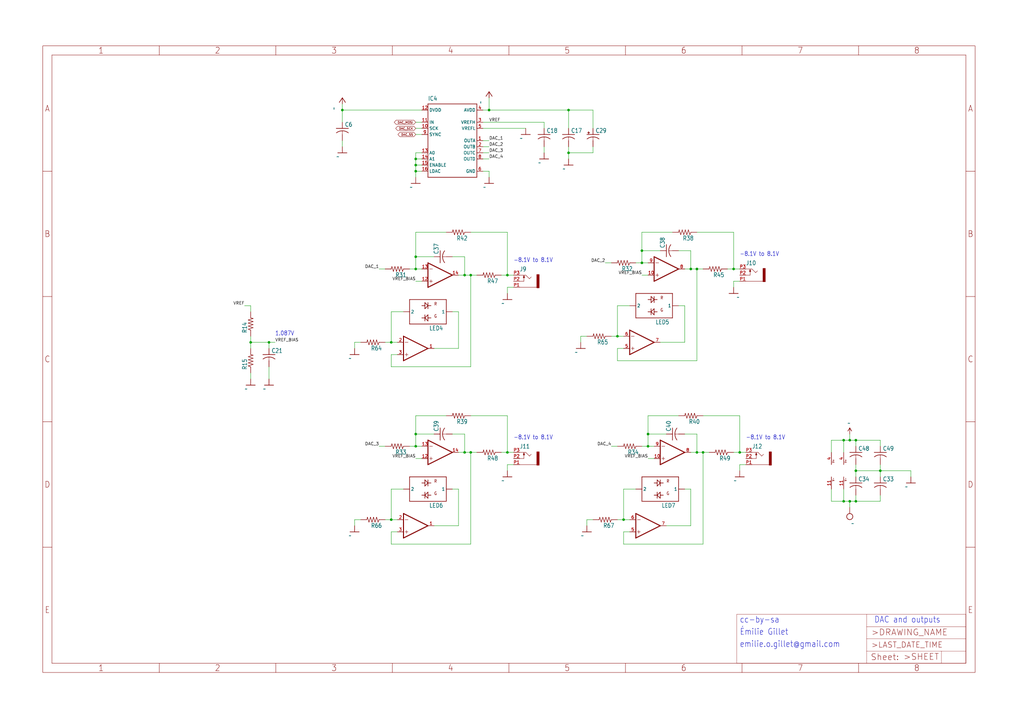
<source format=kicad_sch>
(kicad_sch (version 20211123) (generator eeschema)
  (paper "User" 425.45 299.161)
  (lib_symbols
    (symbol "tides2_v40-eagle-import:+3V3" (power)
      (property "Value" "+3V3" (at -2.54 -5.08 90))
      (symbol "+3V3_1_0"
        (polyline (pts (xy 0 0) (xy -1.27 -1.905)) (stroke (width 0.254)))
        (polyline (pts (xy 1.27 -1.905) (xy 0 0)) (stroke (width 0.254)))
        (pin power_in line (at 0 -2.54 90) (length 2.54) (name "+3V3") (number "1"))
      )
    )
    (symbol "tides2_v40-eagle-import:+3V3_A" (power)
      (property "Value" "+3V3_A" (at -2.54 -5.08 90))
      (symbol "+3V3_A_1_0"
        (polyline (pts (xy 0 0) (xy -1.27 -1.905)) (stroke (width 0.254)))
        (polyline (pts (xy 1.27 -1.905) (xy 0 0)) (stroke (width 0.254)))
        (pin power_in line (at 0 -2.54 90) (length 2.54) (name "+3V3_A") (number "1"))
      )
    )
    (symbol "tides2_v40-eagle-import:A3L-LOC"
      (symbol "A3L-LOC_0_0"
        (polyline (pts (xy 0 52.07) (xy 3.81 52.07)))
        (polyline (pts (xy 0 104.14) (xy 3.81 104.14)))
        (polyline (pts (xy 0 156.21) (xy 3.81 156.21)))
        (polyline (pts (xy 0 208.28) (xy 3.81 208.28)))
        (polyline (pts (xy 3.81 3.81) (xy 3.81 256.54)))
        (polyline (pts (xy 48.4188 0) (xy 48.4188 3.81)))
        (polyline (pts (xy 48.4188 256.54) (xy 48.4188 260.35)))
        (polyline (pts (xy 96.8375 0) (xy 96.8375 3.81)))
        (polyline (pts (xy 96.8375 256.54) (xy 96.8375 260.35)))
        (polyline (pts (xy 145.2563 0) (xy 145.2563 3.81)))
        (polyline (pts (xy 145.2563 256.54) (xy 145.2563 260.35)))
        (polyline (pts (xy 193.675 0) (xy 193.675 3.81)))
        (polyline (pts (xy 193.675 256.54) (xy 193.675 260.35)))
        (polyline (pts (xy 242.0938 0) (xy 242.0938 3.81)))
        (polyline (pts (xy 242.0938 256.54) (xy 242.0938 260.35)))
        (polyline (pts (xy 290.5125 0) (xy 290.5125 3.81)))
        (polyline (pts (xy 290.5125 256.54) (xy 290.5125 260.35)))
        (polyline (pts (xy 338.9313 0) (xy 338.9313 3.81)))
        (polyline (pts (xy 338.9313 256.54) (xy 338.9313 260.35)))
        (polyline (pts (xy 383.54 3.81) (xy 3.81 3.81)))
        (polyline (pts (xy 383.54 3.81) (xy 383.54 256.54)))
        (polyline (pts (xy 383.54 52.07) (xy 387.35 52.07)))
        (polyline (pts (xy 383.54 104.14) (xy 387.35 104.14)))
        (polyline (pts (xy 383.54 156.21) (xy 387.35 156.21)))
        (polyline (pts (xy 383.54 208.28) (xy 387.35 208.28)))
        (polyline (pts (xy 383.54 256.54) (xy 3.81 256.54)))
        (polyline (pts (xy 0 0) (xy 387.35 0) (xy 387.35 260.35) (xy 0 260.35) (xy 0 0)))
        (text "1" (at 24.2094 1.905 0) (effects (font (size 2.54 2.286))))
        (text "1" (at 24.2094 258.445 0) (effects (font (size 2.54 2.286))))
        (text "2" (at 72.6281 1.905 0) (effects (font (size 2.54 2.286))))
        (text "2" (at 72.6281 258.445 0) (effects (font (size 2.54 2.286))))
        (text "3" (at 121.0469 1.905 0) (effects (font (size 2.54 2.286))))
        (text "3" (at 121.0469 258.445 0) (effects (font (size 2.54 2.286))))
        (text "4" (at 169.4656 1.905 0) (effects (font (size 2.54 2.286))))
        (text "4" (at 169.4656 258.445 0) (effects (font (size 2.54 2.286))))
        (text "5" (at 217.8844 1.905 0) (effects (font (size 2.54 2.286))))
        (text "5" (at 217.8844 258.445 0) (effects (font (size 2.54 2.286))))
        (text "6" (at 266.3031 1.905 0) (effects (font (size 2.54 2.286))))
        (text "6" (at 266.3031 258.445 0) (effects (font (size 2.54 2.286))))
        (text "7" (at 314.7219 1.905 0) (effects (font (size 2.54 2.286))))
        (text "7" (at 314.7219 258.445 0) (effects (font (size 2.54 2.286))))
        (text "8" (at 363.1406 1.905 0) (effects (font (size 2.54 2.286))))
        (text "8" (at 363.1406 258.445 0) (effects (font (size 2.54 2.286))))
        (text "A" (at 1.905 234.315 0) (effects (font (size 2.54 2.286))))
        (text "A" (at 385.445 234.315 0) (effects (font (size 2.54 2.286))))
        (text "B" (at 1.905 182.245 0) (effects (font (size 2.54 2.286))))
        (text "B" (at 385.445 182.245 0) (effects (font (size 2.54 2.286))))
        (text "C" (at 1.905 130.175 0) (effects (font (size 2.54 2.286))))
        (text "C" (at 385.445 130.175 0) (effects (font (size 2.54 2.286))))
        (text "D" (at 1.905 78.105 0) (effects (font (size 2.54 2.286))))
        (text "D" (at 385.445 78.105 0) (effects (font (size 2.54 2.286))))
        (text "E" (at 1.905 26.035 0) (effects (font (size 2.54 2.286))))
        (text "E" (at 385.445 26.035 0) (effects (font (size 2.54 2.286))))
      )
      (symbol "A3L-LOC_1_0"
        (polyline (pts (xy 288.29 3.81) (xy 288.29 24.13)) (stroke (width 0.1016)))
        (polyline (pts (xy 288.29 3.81) (xy 342.265 3.81)) (stroke (width 0.1016)))
        (polyline (pts (xy 288.29 24.13) (xy 342.265 24.13)) (stroke (width 0.1016)))
        (polyline (pts (xy 342.265 3.81) (xy 373.38 3.81)) (stroke (width 0.1016)))
        (polyline (pts (xy 342.265 8.89) (xy 342.265 3.81)) (stroke (width 0.1016)))
        (polyline (pts (xy 342.265 8.89) (xy 342.265 13.97)) (stroke (width 0.1016)))
        (polyline (pts (xy 342.265 13.97) (xy 342.265 19.05)) (stroke (width 0.1016)))
        (polyline (pts (xy 342.265 13.97) (xy 383.54 13.97)) (stroke (width 0.1016)))
        (polyline (pts (xy 342.265 19.05) (xy 342.265 24.13)) (stroke (width 0.1016)))
        (polyline (pts (xy 342.265 19.05) (xy 383.54 19.05)) (stroke (width 0.1016)))
        (polyline (pts (xy 342.265 24.13) (xy 383.54 24.13)) (stroke (width 0.1016)))
        (polyline (pts (xy 373.38 3.81) (xy 373.38 8.89)) (stroke (width 0.1016)))
        (polyline (pts (xy 373.38 3.81) (xy 383.54 3.81)) (stroke (width 0.1016)))
        (polyline (pts (xy 373.38 8.89) (xy 342.265 8.89)) (stroke (width 0.1016)))
        (polyline (pts (xy 373.38 8.89) (xy 383.54 8.89)) (stroke (width 0.1016)))
        (polyline (pts (xy 383.54 3.81) (xy 383.54 8.89)) (stroke (width 0.1016)))
        (polyline (pts (xy 383.54 8.89) (xy 383.54 13.97)) (stroke (width 0.1016)))
        (polyline (pts (xy 383.54 13.97) (xy 383.54 19.05)) (stroke (width 0.1016)))
        (polyline (pts (xy 383.54 19.05) (xy 383.54 24.13)) (stroke (width 0.1016)))
        (text ">DRAWING_NAME" (at 344.17 15.24 0) (effects (font (size 2.54 2.54)) (justify left bottom)))
        (text ">LAST_DATE_TIME" (at 344.17 10.16 0) (effects (font (size 2.286 2.286)) (justify left bottom)))
        (text ">SHEET" (at 357.505 5.08 0) (effects (font (size 2.54 2.54)) (justify left bottom)))
        (text "Sheet:" (at 343.916 4.953 0) (effects (font (size 2.54 2.54)) (justify left bottom)))
      )
    )
    (symbol "tides2_v40-eagle-import:C-USC0402"
      (property "Reference" "C" (at 1.016 0.635 0))
      (property "Value" "C-USC0402" (at 1.016 -4.191 0))
      (symbol "C-USC0402_1_0"
        (arc (start 0 -1.0161) (mid -1.302 -1.2303) (end -2.4668 -1.8504) (stroke (width 0.254)))
        (polyline (pts (xy -2.54 0) (xy 2.54 0)) (stroke (width 0.254)))
        (polyline (pts (xy 0 -1.016) (xy 0 -2.54)) (stroke (width 0.1524)))
        (arc (start 2.4892 -1.8542) (mid 1.3158 -1.2195) (end 0 -1) (stroke (width 0.254)))
        (pin passive line (at 0 2.54 270) (length 2.54) (name "1") (number "1"))
        (pin passive line (at 0 -5.08 90) (length 2.54) (name "2") (number "2"))
      )
    )
    (symbol "tides2_v40-eagle-import:CPOL-USA"
      (property "Reference" "C" (at 1.016 0.635 0))
      (property "Value" "CPOL-USA" (at 1.016 -4.191 0))
      (symbol "CPOL-USA_1_0"
        (rectangle (start -2.253 0.668) (end -1.364 0.795) (fill (type outline)))
        (rectangle (start -1.872 0.287) (end -1.745 1.176) (fill (type outline)))
        (arc (start 0 -1.0161) (mid -1.3021 -1.2302) (end -2.4669 -1.8504) (stroke (width 0.254)))
        (polyline (pts (xy -2.54 0) (xy 2.54 0)) (stroke (width 0.254)))
        (polyline (pts (xy 0 -1.016) (xy 0 -2.54)) (stroke (width 0.1524)))
        (arc (start 2.4892 -1.8542) (mid 1.3158 -1.2195) (end 0 -1) (stroke (width 0.254)))
        (pin passive line (at 0 2.54 270) (length 2.54) (name "+") (number "+"))
        (pin passive line (at 0 -5.08 90) (length 2.54) (name "-") (number "-"))
      )
    )
    (symbol "tides2_v40-eagle-import:DAC8564"
      (property "Reference" "IC" (at -10.16 16.51 0))
      (property "Value" "DAC8564" (at -10.16 -17.78 0))
      (symbol "DAC8564_1_0"
        (polyline (pts (xy -10.16 -15.24) (xy 10.16 -15.24)) (stroke (width 0.254)))
        (polyline (pts (xy -10.16 15.24) (xy -10.16 -15.24)) (stroke (width 0.254)))
        (polyline (pts (xy 10.16 -15.24) (xy 10.16 15.24)) (stroke (width 0.254)))
        (polyline (pts (xy 10.16 15.24) (xy -10.16 15.24)) (stroke (width 0.254)))
        (pin output line (at 12.7 0 180) (length 2.54) (name "OUTA") (number "1"))
        (pin input line (at -12.7 5.08 0) (length 2.54) (name "SCK") (number "10"))
        (pin input line (at -12.7 7.62 0) (length 2.54) (name "IN") (number "11"))
        (pin power_in line (at -12.7 12.7 0) (length 2.54) (name "DVDD") (number "12"))
        (pin input line (at -12.7 -5.08 0) (length 2.54) (name "A0") (number "13"))
        (pin input line (at -12.7 -7.62 0) (length 2.54) (name "A1") (number "14"))
        (pin input line (at -12.7 -10.16 0) (length 2.54) (name "ENABLE") (number "15"))
        (pin input line (at -12.7 -12.7 0) (length 2.54) (name "LDAC") (number "16"))
        (pin output line (at 12.7 -2.54 180) (length 2.54) (name "OUTB") (number "2"))
        (pin bidirectional line (at 12.7 7.62 180) (length 2.54) (name "VREFH") (number "3"))
        (pin power_in line (at 12.7 12.7 180) (length 2.54) (name "AVDD") (number "4"))
        (pin bidirectional line (at 12.7 5.08 180) (length 2.54) (name "VREFL") (number "5"))
        (pin power_in line (at 12.7 -12.7 180) (length 2.54) (name "GND") (number "6"))
        (pin output line (at 12.7 -5.08 180) (length 2.54) (name "OUTC") (number "7"))
        (pin output line (at 12.7 -7.62 180) (length 2.54) (name "OUTD") (number "8"))
        (pin input line (at -12.7 2.54 0) (length 2.54) (name "SYNC") (number "9"))
      )
    )
    (symbol "tides2_v40-eagle-import:GND" (power)
      (property "Value" "GND" (at -2.54 -2.54 0))
      (symbol "GND_1_0"
        (polyline (pts (xy -1.905 0) (xy 1.905 0)) (stroke (width 0.254)))
        (pin power_in line (at 0 2.54 270) (length 2.54) (name "GND") (number "1"))
      )
    )
    (symbol "tides2_v40-eagle-import:LED-BICOLOR-SHARED-THROUGHHOLE"
      (property "Value" "LED-BICOLOR-SHARED-THROUGHHOLE" (at -6.35 -7.62 0))
      (symbol "LED-BICOLOR-SHARED-THROUGHHOLE_1_0"
        (polyline (pts (xy -7.62 -5.08) (xy -7.62 5.08)) (stroke (width 0.254)))
        (polyline (pts (xy -7.62 5.08) (xy 7.62 5.08)) (stroke (width 0.254)))
        (polyline (pts (xy 0 -2.54) (xy -1.27 -2.54)) (stroke (width 0.254)))
        (polyline (pts (xy 0 -2.54) (xy 0 -3.81)) (stroke (width 0.254)))
        (polyline (pts (xy 0 -2.54) (xy 1.27 -1.27)) (stroke (width 0.254)))
        (polyline (pts (xy 0 -1.27) (xy 0 -2.54)) (stroke (width 0.254)))
        (polyline (pts (xy 0 1.27) (xy 1.27 2.54)) (stroke (width 0.254)))
        (polyline (pts (xy 0 2.54) (xy -1.27 2.54)) (stroke (width 0.254)))
        (polyline (pts (xy 0 2.54) (xy 0 1.27)) (stroke (width 0.254)))
        (polyline (pts (xy 0 3.81) (xy 0 2.54)) (stroke (width 0.254)))
        (polyline (pts (xy 1.27 -3.81) (xy 0 -2.54)) (stroke (width 0.254)))
        (polyline (pts (xy 1.27 -2.54) (xy 1.27 -3.81)) (stroke (width 0.254)))
        (polyline (pts (xy 1.27 -2.54) (xy 2.54 -2.54)) (stroke (width 0.254)))
        (polyline (pts (xy 1.27 -1.27) (xy 1.27 -2.54)) (stroke (width 0.254)))
        (polyline (pts (xy 1.27 2.54) (xy 0 3.81)) (stroke (width 0.254)))
        (polyline (pts (xy 1.27 2.54) (xy 1.27 1.27)) (stroke (width 0.254)))
        (polyline (pts (xy 1.27 2.54) (xy 2.54 2.54)) (stroke (width 0.254)))
        (polyline (pts (xy 1.27 3.81) (xy 1.27 2.54)) (stroke (width 0.254)))
        (polyline (pts (xy 7.62 -5.08) (xy -7.62 -5.08)) (stroke (width 0.254)))
        (polyline (pts (xy 7.62 5.08) (xy 7.62 -5.08)) (stroke (width 0.254)))
        (text "G" (at -3.81 2.54 0) (effects (font (size 1.27 1.0795)) (justify left bottom)))
        (text "R" (at -3.81 -2.54 0) (effects (font (size 1.27 1.0795)) (justify left bottom)))
        (pin bidirectional line (at -10.16 0 0) (length 2.54) (name "1") (number "1"))
        (pin bidirectional line (at 10.16 0 180) (length 2.54) (name "2") (number "2"))
      )
    )
    (symbol "tides2_v40-eagle-import:PJ301_THONKICONN6"
      (property "Reference" "J" (at -2.54 4.064 0))
      (symbol "PJ301_THONKICONN6_1_0"
        (polyline (pts (xy -2.54 -2.54) (xy 4.572 -2.54)) (stroke (width 0.1524)))
        (polyline (pts (xy -2.54 0) (xy -0.762 0)) (stroke (width 0.1524)))
        (polyline (pts (xy -2.54 2.54) (xy 0 2.54)) (stroke (width 0.1524)))
        (polyline (pts (xy -1.016 1.524) (xy -0.508 1.524)) (stroke (width 0.254)))
        (polyline (pts (xy -0.762 0) (xy -0.762 2.286)) (stroke (width 0.1524)))
        (polyline (pts (xy -0.762 2.286) (xy -1.016 1.524)) (stroke (width 0.254)))
        (polyline (pts (xy -0.508 1.524) (xy -0.762 2.286)) (stroke (width 0.254)))
        (polyline (pts (xy 0 2.54) (xy 1.524 1.016)) (stroke (width 0.1524)))
        (polyline (pts (xy 1.524 1.016) (xy 2.286 1.778)) (stroke (width 0.1524)))
        (rectangle (start 4.572 2.794) (end 5.588 -2.794) (fill (type outline)))
        (pin passive line (at -5.08 -2.54 0) (length 2.54) (name "1") (number "P1"))
        (pin passive line (at -5.08 0 0) (length 2.54) (name "2") (number "P2"))
        (pin passive line (at -5.08 2.54 0) (length 2.54) (name "3") (number "P3"))
      )
    )
    (symbol "tides2_v40-eagle-import:R-US_R0402"
      (property "Reference" "R" (at -3.81 1.4986 0))
      (property "Value" "R-US_R0402" (at -3.81 -3.302 0))
      (symbol "R-US_R0402_1_0"
        (polyline (pts (xy -2.54 0) (xy -2.159 1.016)) (stroke (width 0.2032)))
        (polyline (pts (xy -2.159 1.016) (xy -1.524 -1.016)) (stroke (width 0.2032)))
        (polyline (pts (xy -1.524 -1.016) (xy -0.889 1.016)) (stroke (width 0.2032)))
        (polyline (pts (xy -0.889 1.016) (xy -0.254 -1.016)) (stroke (width 0.2032)))
        (polyline (pts (xy -0.254 -1.016) (xy 0.381 1.016)) (stroke (width 0.2032)))
        (polyline (pts (xy 0.381 1.016) (xy 1.016 -1.016)) (stroke (width 0.2032)))
        (polyline (pts (xy 1.016 -1.016) (xy 1.651 1.016)) (stroke (width 0.2032)))
        (polyline (pts (xy 1.651 1.016) (xy 2.286 -1.016)) (stroke (width 0.2032)))
        (polyline (pts (xy 2.286 -1.016) (xy 2.54 0)) (stroke (width 0.2032)))
        (pin passive line (at -5.08 0 0) (length 2.54) (name "1") (number "1"))
        (pin passive line (at 5.08 0 180) (length 2.54) (name "2") (number "2"))
      )
    )
    (symbol "tides2_v40-eagle-import:R-US_R0603"
      (property "Reference" "R" (at -3.81 1.4986 0))
      (property "Value" "R-US_R0603" (at -3.81 -3.302 0))
      (symbol "R-US_R0603_1_0"
        (polyline (pts (xy -2.54 0) (xy -2.159 1.016)) (stroke (width 0.2032)))
        (polyline (pts (xy -2.159 1.016) (xy -1.524 -1.016)) (stroke (width 0.2032)))
        (polyline (pts (xy -1.524 -1.016) (xy -0.889 1.016)) (stroke (width 0.2032)))
        (polyline (pts (xy -0.889 1.016) (xy -0.254 -1.016)) (stroke (width 0.2032)))
        (polyline (pts (xy -0.254 -1.016) (xy 0.381 1.016)) (stroke (width 0.2032)))
        (polyline (pts (xy 0.381 1.016) (xy 1.016 -1.016)) (stroke (width 0.2032)))
        (polyline (pts (xy 1.016 -1.016) (xy 1.651 1.016)) (stroke (width 0.2032)))
        (polyline (pts (xy 1.651 1.016) (xy 2.286 -1.016)) (stroke (width 0.2032)))
        (polyline (pts (xy 2.286 -1.016) (xy 2.54 0)) (stroke (width 0.2032)))
        (pin passive line (at -5.08 0 0) (length 2.54) (name "1") (number "1"))
        (pin passive line (at 5.08 0 180) (length 2.54) (name "2") (number "2"))
      )
    )
    (symbol "tides2_v40-eagle-import:TL074PW"
      (symbol "TL074PW_1_0"
        (polyline (pts (xy -5.08 -5.08) (xy 5.08 0)) (stroke (width 0.4064)))
        (polyline (pts (xy -5.08 5.08) (xy -5.08 -5.08)) (stroke (width 0.4064)))
        (polyline (pts (xy -4.445 -2.54) (xy -3.175 -2.54)) (stroke (width 0.1524)))
        (polyline (pts (xy -4.445 2.54) (xy -3.175 2.54)) (stroke (width 0.1524)))
        (polyline (pts (xy -3.81 3.175) (xy -3.81 1.905)) (stroke (width 0.1524)))
        (polyline (pts (xy 5.08 0) (xy -5.08 5.08)) (stroke (width 0.4064)))
        (pin output line (at 7.62 0 180) (length 2.54) (name "OUT") (number "1"))
        (pin input line (at -7.62 -2.54 0) (length 2.54) (name "-IN") (number "2"))
        (pin input line (at -7.62 2.54 0) (length 2.54) (name "+IN") (number "3"))
      )
      (symbol "TL074PW_2_0"
        (polyline (pts (xy -5.08 -5.08) (xy 5.08 0)) (stroke (width 0.4064)))
        (polyline (pts (xy -5.08 5.08) (xy -5.08 -5.08)) (stroke (width 0.4064)))
        (polyline (pts (xy -4.445 -2.54) (xy -3.175 -2.54)) (stroke (width 0.1524)))
        (polyline (pts (xy -4.445 2.54) (xy -3.175 2.54)) (stroke (width 0.1524)))
        (polyline (pts (xy -3.81 3.175) (xy -3.81 1.905)) (stroke (width 0.1524)))
        (polyline (pts (xy 5.08 0) (xy -5.08 5.08)) (stroke (width 0.4064)))
        (pin input line (at -7.62 2.54 0) (length 2.54) (name "+IN") (number "5"))
        (pin input line (at -7.62 -2.54 0) (length 2.54) (name "-IN") (number "6"))
        (pin output line (at 7.62 0 180) (length 2.54) (name "OUT") (number "7"))
      )
      (symbol "TL074PW_3_0"
        (polyline (pts (xy -5.08 -5.08) (xy 5.08 0)) (stroke (width 0.4064)))
        (polyline (pts (xy -5.08 5.08) (xy -5.08 -5.08)) (stroke (width 0.4064)))
        (polyline (pts (xy -4.445 -2.54) (xy -3.175 -2.54)) (stroke (width 0.1524)))
        (polyline (pts (xy -4.445 2.54) (xy -3.175 2.54)) (stroke (width 0.1524)))
        (polyline (pts (xy -3.81 3.175) (xy -3.81 1.905)) (stroke (width 0.1524)))
        (polyline (pts (xy 5.08 0) (xy -5.08 5.08)) (stroke (width 0.4064)))
        (pin input line (at -7.62 2.54 0) (length 2.54) (name "+IN") (number "10"))
        (pin output line (at 7.62 0 180) (length 2.54) (name "OUT") (number "8"))
        (pin input line (at -7.62 -2.54 0) (length 2.54) (name "-IN") (number "9"))
      )
      (symbol "TL074PW_4_0"
        (polyline (pts (xy -5.08 -5.08) (xy 5.08 0)) (stroke (width 0.4064)))
        (polyline (pts (xy -5.08 5.08) (xy -5.08 -5.08)) (stroke (width 0.4064)))
        (polyline (pts (xy -4.445 -2.54) (xy -3.175 -2.54)) (stroke (width 0.1524)))
        (polyline (pts (xy -4.445 2.54) (xy -3.175 2.54)) (stroke (width 0.1524)))
        (polyline (pts (xy -3.81 3.175) (xy -3.81 1.905)) (stroke (width 0.1524)))
        (polyline (pts (xy 5.08 0) (xy -5.08 5.08)) (stroke (width 0.4064)))
        (pin input line (at -7.62 2.54 0) (length 2.54) (name "+IN") (number "12"))
        (pin input line (at -7.62 -2.54 0) (length 2.54) (name "-IN") (number "13"))
        (pin output line (at 7.62 0 180) (length 2.54) (name "OUT") (number "14"))
      )
      (symbol "TL074PW_5_0"
        (text "V+" (at 1.27 3.175 900) (effects (font (size 0.8128 0.6908)) (justify left bottom)))
        (text "V-" (at 1.27 -4.445 900) (effects (font (size 0.8128 0.6908)) (justify left bottom)))
        (pin power_in line (at 0 -7.62 90) (length 5.08) (name "V-") (number "11"))
        (pin power_in line (at 0 7.62 270) (length 5.08) (name "V+") (number "4"))
      )
    )
    (symbol "tides2_v40-eagle-import:VCC" (power)
      (property "Value" "VCC" (at -1.016 3.556 0))
      (symbol "VCC_1_0"
        (polyline (pts (xy 0 2.54) (xy -0.762 1.27)) (stroke (width 0.254)))
        (polyline (pts (xy 0.762 1.27) (xy 0 2.54)) (stroke (width 0.254)))
        (pin power_in line (at 0 0 90) (length 2.54) (name "VCC") (number "1"))
      )
    )
    (symbol "tides2_v40-eagle-import:VEE" (power)
      (property "Value" "VEE" (at -1.905 3.175 0))
      (symbol "VEE_1_0"
        (circle (center 0 1.27) (radius 1.27) (stroke (width 0.254)))
        (pin power_in line (at 0 -2.54 90) (length 2.54) (name "VEE") (number "1"))
      )
    )
  )
  (junction (at 236.22 45.72))
  (junction (at 292.1 187.96))
  (junction (at 353.06 208.28))
  (junction (at 172.72 111.76))
  (junction (at 172.72 185.42))
  (junction (at 172.72 71.12))
  (junction (at 142.24 45.72))
  (junction (at 172.72 68.58))
  (junction (at 162.56 215.9))
  (junction (at 104.14 142.24))
  (junction (at 210.82 187.96))
  (junction (at 350.52 182.88))
  (junction (at 289.56 187.96))
  (junction (at 203.2 45.72))
  (junction (at 287.02 111.76))
  (junction (at 355.6 195.58))
  (junction (at 259.08 215.9))
  (junction (at 266.7 104.14))
  (junction (at 365.76 195.58))
  (junction (at 172.72 180.34))
  (junction (at 111.76 142.24))
  (junction (at 307.34 187.96))
  (junction (at 195.58 187.96))
  (junction (at 350.52 208.28))
  (junction (at 269.24 185.42))
  (junction (at 193.04 114.3))
  (junction (at 266.7 109.22))
  (junction (at 256.54 139.7))
  (junction (at 236.22 63.5))
  (junction (at 353.06 182.88))
  (junction (at 172.72 106.68))
  (junction (at 195.58 114.3))
  (junction (at 355.6 182.88))
  (junction (at 193.04 187.96))
  (junction (at 289.56 111.76))
  (junction (at 355.6 208.28))
  (junction (at 162.56 142.24))
  (junction (at 172.72 66.04))
  (junction (at 269.24 180.34))
  (junction (at 210.82 114.3))
  (junction (at 304.8 111.76))
  (wire (pts (xy 350.52 182.88) (xy 345.44 182.88)))
  (wire (pts (xy 195.58 187.96) (xy 195.58 226.06)))
  (wire (pts (xy 195.58 114.3) (xy 195.58 152.4)))
  (wire (pts (xy 210.82 96.52) (xy 210.82 114.3)))
  (wire (pts (xy 289.56 96.52) (xy 304.8 96.52)))
  (wire (pts (xy 111.76 142.24) (xy 111.76 144.78)))
  (wire (pts (xy 365.76 182.88) (xy 365.76 185.42)))
  (wire (pts (xy 187.96 180.34) (xy 193.04 180.34)))
  (wire (pts (xy 284.48 180.34) (xy 289.56 180.34)))
  (wire (pts (xy 289.56 187.96) (xy 292.1 187.96)))
  (wire (pts (xy 355.6 195.58) (xy 365.76 195.58)))
  (wire (pts (xy 203.2 45.72) (xy 236.22 45.72)))
  (wire (pts (xy 190.5 144.78) (xy 180.34 144.78)))
  (wire (pts (xy 162.56 215.9) (xy 165.1 215.9)))
  (wire (pts (xy 175.26 111.76) (xy 172.72 111.76)))
  (wire (pts (xy 200.66 53.34) (xy 218.44 53.34)))
  (wire (pts (xy 236.22 63.5) (xy 236.22 66.04)))
  (wire (pts (xy 292.1 187.96) (xy 292.1 226.06)))
  (wire (pts (xy 353.06 208.28) (xy 353.06 210.82)))
  (wire (pts (xy 104.14 129.54) (xy 104.14 127)))
  (wire (pts (xy 276.86 180.34) (xy 269.24 180.34)))
  (wire (pts (xy 365.76 205.74) (xy 365.76 208.28)))
  (wire (pts (xy 193.04 114.3) (xy 195.58 114.3)))
  (wire (pts (xy 365.76 208.28) (xy 355.6 208.28)))
  (wire (pts (xy 187.96 106.68) (xy 193.04 106.68)))
  (wire (pts (xy 162.56 129.54) (xy 162.56 142.24)))
  (wire (pts (xy 226.06 60.96) (xy 226.06 63.5)))
  (wire (pts (xy 261.62 220.98) (xy 259.08 220.98)))
  (wire (pts (xy 172.72 185.42) (xy 172.72 180.34)))
  (wire (pts (xy 365.76 195.58) (xy 378.46 195.58)))
  (wire (pts (xy 213.36 119.38) (xy 210.82 119.38)))
  (wire (pts (xy 350.52 208.28) (xy 353.06 208.28)))
  (wire (pts (xy 243.84 215.9) (xy 243.84 218.44)))
  (wire (pts (xy 259.08 220.98) (xy 259.08 226.06)))
  (wire (pts (xy 345.44 208.28) (xy 350.52 208.28)))
  (wire (pts (xy 195.58 114.3) (xy 198.12 114.3)))
  (wire (pts (xy 187.96 203.2) (xy 190.5 203.2)))
  (wire (pts (xy 241.3 139.7) (xy 241.3 142.24)))
  (wire (pts (xy 200.66 50.8) (xy 226.06 50.8)))
  (wire (pts (xy 175.26 63.5) (xy 172.72 63.5)))
  (wire (pts (xy 172.72 180.34) (xy 172.72 172.72)))
  (wire (pts (xy 264.16 109.22) (xy 266.7 109.22)))
  (wire (pts (xy 269.24 114.3) (xy 266.7 114.3)))
  (wire (pts (xy 160.02 111.76) (xy 157.48 111.76)))
  (wire (pts (xy 236.22 53.34) (xy 236.22 45.72)))
  (wire (pts (xy 266.7 185.42) (xy 269.24 185.42)))
  (wire (pts (xy 256.54 139.7) (xy 259.08 139.7)))
  (wire (pts (xy 304.8 111.76) (xy 307.34 111.76)))
  (wire (pts (xy 175.26 66.04) (xy 172.72 66.04)))
  (wire (pts (xy 236.22 63.5) (xy 246.38 63.5)))
  (wire (pts (xy 195.58 172.72) (xy 210.82 172.72)))
  (wire (pts (xy 287.02 111.76) (xy 289.56 111.76)))
  (wire (pts (xy 259.08 203.2) (xy 259.08 215.9)))
  (wire (pts (xy 269.24 172.72) (xy 281.94 172.72)))
  (wire (pts (xy 180.34 180.34) (xy 172.72 180.34)))
  (wire (pts (xy 304.8 116.84) (xy 304.8 119.38)))
  (wire (pts (xy 287.02 187.96) (xy 289.56 187.96)))
  (wire (pts (xy 210.82 114.3) (xy 208.28 114.3)))
  (wire (pts (xy 190.5 203.2) (xy 190.5 218.44)))
  (wire (pts (xy 187.96 129.54) (xy 190.5 129.54)))
  (wire (pts (xy 350.52 187.96) (xy 350.52 182.88)))
  (wire (pts (xy 378.46 195.58) (xy 378.46 198.12)))
  (wire (pts (xy 190.5 129.54) (xy 190.5 144.78)))
  (wire (pts (xy 271.78 190.5) (xy 269.24 190.5)))
  (wire (pts (xy 259.08 226.06) (xy 292.1 226.06)))
  (wire (pts (xy 170.18 185.42) (xy 172.72 185.42)))
  (wire (pts (xy 172.72 66.04) (xy 172.72 68.58)))
  (wire (pts (xy 160.02 215.9) (xy 162.56 215.9)))
  (wire (pts (xy 246.38 63.5) (xy 246.38 60.96)))
  (wire (pts (xy 289.56 111.76) (xy 289.56 149.86)))
  (wire (pts (xy 246.38 45.72) (xy 246.38 53.34)))
  (wire (pts (xy 226.06 50.8) (xy 226.06 53.34)))
  (wire (pts (xy 210.82 114.3) (xy 213.36 114.3)))
  (wire (pts (xy 160.02 142.24) (xy 162.56 142.24)))
  (wire (pts (xy 292.1 172.72) (xy 307.34 172.72)))
  (wire (pts (xy 307.34 187.96) (xy 309.88 187.96)))
  (wire (pts (xy 195.58 187.96) (xy 198.12 187.96)))
  (wire (pts (xy 307.34 193.04) (xy 307.34 195.58)))
  (wire (pts (xy 284.48 203.2) (xy 287.02 203.2)))
  (wire (pts (xy 281.94 127) (xy 284.48 127)))
  (wire (pts (xy 259.08 215.9) (xy 261.62 215.9)))
  (wire (pts (xy 160.02 185.42) (xy 157.48 185.42)))
  (wire (pts (xy 251.46 109.22) (xy 254 109.22)))
  (wire (pts (xy 304.8 111.76) (xy 302.26 111.76)))
  (wire (pts (xy 287.02 203.2) (xy 287.02 218.44)))
  (wire (pts (xy 142.24 43.18) (xy 142.24 45.72)))
  (wire (pts (xy 261.62 127) (xy 256.54 127)))
  (wire (pts (xy 104.14 139.7) (xy 104.14 142.24)))
  (wire (pts (xy 266.7 104.14) (xy 266.7 96.52)))
  (wire (pts (xy 172.72 71.12) (xy 175.26 71.12)))
  (wire (pts (xy 266.7 96.52) (xy 279.4 96.52)))
  (wire (pts (xy 284.48 127) (xy 284.48 142.24)))
  (wire (pts (xy 193.04 106.68) (xy 193.04 114.3)))
  (wire (pts (xy 193.04 180.34) (xy 193.04 187.96)))
  (wire (pts (xy 259.08 144.78) (xy 256.54 144.78)))
  (wire (pts (xy 210.82 193.04) (xy 210.82 195.58)))
  (wire (pts (xy 345.44 182.88) (xy 345.44 187.96)))
  (wire (pts (xy 289.56 111.76) (xy 292.1 111.76)))
  (wire (pts (xy 281.94 104.14) (xy 287.02 104.14)))
  (wire (pts (xy 210.82 187.96) (xy 208.28 187.96)))
  (wire (pts (xy 104.14 154.94) (xy 104.14 157.48)))
  (wire (pts (xy 213.36 193.04) (xy 210.82 193.04)))
  (wire (pts (xy 175.26 55.88) (xy 172.72 55.88)))
  (wire (pts (xy 353.06 208.28) (xy 355.6 208.28)))
  (wire (pts (xy 172.72 68.58) (xy 172.72 71.12)))
  (wire (pts (xy 167.64 203.2) (xy 162.56 203.2)))
  (wire (pts (xy 243.84 139.7) (xy 241.3 139.7)))
  (wire (pts (xy 269.24 109.22) (xy 266.7 109.22)))
  (wire (pts (xy 149.86 215.9) (xy 147.32 215.9)))
  (wire (pts (xy 304.8 96.52) (xy 304.8 111.76)))
  (wire (pts (xy 175.26 190.5) (xy 172.72 190.5)))
  (wire (pts (xy 246.38 215.9) (xy 243.84 215.9)))
  (wire (pts (xy 167.64 129.54) (xy 162.56 129.54)))
  (wire (pts (xy 200.66 58.42) (xy 203.2 58.42)))
  (wire (pts (xy 289.56 180.34) (xy 289.56 187.96)))
  (wire (pts (xy 147.32 142.24) (xy 147.32 144.78)))
  (wire (pts (xy 172.72 63.5) (xy 172.72 66.04)))
  (wire (pts (xy 172.72 111.76) (xy 170.18 111.76)))
  (wire (pts (xy 104.14 142.24) (xy 104.14 144.78)))
  (wire (pts (xy 274.32 104.14) (xy 266.7 104.14)))
  (wire (pts (xy 269.24 180.34) (xy 269.24 172.72)))
  (wire (pts (xy 165.1 147.32) (xy 162.56 147.32)))
  (wire (pts (xy 287.02 104.14) (xy 287.02 111.76)))
  (wire (pts (xy 200.66 66.04) (xy 203.2 66.04)))
  (wire (pts (xy 172.72 71.12) (xy 172.72 73.66)))
  (wire (pts (xy 104.14 142.24) (xy 111.76 142.24)))
  (wire (pts (xy 162.56 152.4) (xy 195.58 152.4)))
  (wire (pts (xy 190.5 218.44) (xy 180.34 218.44)))
  (wire (pts (xy 175.26 50.8) (xy 172.72 50.8)))
  (wire (pts (xy 355.6 182.88) (xy 365.76 182.88)))
  (wire (pts (xy 292.1 187.96) (xy 294.64 187.96)))
  (wire (pts (xy 162.56 220.98) (xy 162.56 226.06)))
  (wire (pts (xy 175.26 116.84) (xy 172.72 116.84)))
  (wire (pts (xy 287.02 218.44) (xy 276.86 218.44)))
  (wire (pts (xy 269.24 185.42) (xy 269.24 180.34)))
  (wire (pts (xy 162.56 226.06) (xy 195.58 226.06)))
  (wire (pts (xy 350.52 182.88) (xy 353.06 182.88)))
  (wire (pts (xy 111.76 142.24) (xy 114.3 142.24)))
  (wire (pts (xy 142.24 45.72) (xy 142.24 50.8)))
  (wire (pts (xy 175.26 53.34) (xy 172.72 53.34)))
  (wire (pts (xy 355.6 193.04) (xy 355.6 195.58)))
  (wire (pts (xy 195.58 96.52) (xy 210.82 96.52)))
  (wire (pts (xy 172.72 172.72) (xy 185.42 172.72)))
  (wire (pts (xy 264.16 203.2) (xy 259.08 203.2)))
  (wire (pts (xy 185.42 96.52) (xy 172.72 96.52)))
  (wire (pts (xy 142.24 58.42) (xy 142.24 60.96)))
  (wire (pts (xy 307.34 172.72) (xy 307.34 187.96)))
  (wire (pts (xy 284.48 142.24) (xy 274.32 142.24)))
  (wire (pts (xy 104.14 127) (xy 101.6 127)))
  (wire (pts (xy 180.34 106.68) (xy 172.72 106.68)))
  (wire (pts (xy 256.54 215.9) (xy 259.08 215.9)))
  (wire (pts (xy 345.44 203.2) (xy 345.44 208.28)))
  (wire (pts (xy 203.2 71.12) (xy 203.2 73.66)))
  (wire (pts (xy 203.2 45.72) (xy 203.2 40.64)))
  (wire (pts (xy 254 139.7) (xy 256.54 139.7)))
  (wire (pts (xy 236.22 45.72) (xy 246.38 45.72)))
  (wire (pts (xy 175.26 45.72) (xy 142.24 45.72)))
  (wire (pts (xy 200.66 45.72) (xy 203.2 45.72)))
  (wire (pts (xy 353.06 182.88) (xy 355.6 182.88)))
  (wire (pts (xy 355.6 195.58) (xy 355.6 198.12)))
  (wire (pts (xy 307.34 116.84) (xy 304.8 116.84)))
  (wire (pts (xy 236.22 60.96) (xy 236.22 63.5)))
  (wire (pts (xy 190.5 114.3) (xy 193.04 114.3)))
  (wire (pts (xy 353.06 182.88) (xy 353.06 180.34)))
  (wire (pts (xy 365.76 193.04) (xy 365.76 195.58)))
  (wire (pts (xy 162.56 147.32) (xy 162.56 152.4)))
  (wire (pts (xy 193.04 187.96) (xy 195.58 187.96)))
  (wire (pts (xy 284.48 111.76) (xy 287.02 111.76)))
  (wire (pts (xy 172.72 111.76) (xy 172.72 106.68)))
  (wire (pts (xy 172.72 68.58) (xy 175.26 68.58)))
  (wire (pts (xy 200.66 63.5) (xy 203.2 63.5)))
  (wire (pts (xy 256.54 127) (xy 256.54 139.7)))
  (wire (pts (xy 162.56 142.24) (xy 165.1 142.24)))
  (wire (pts (xy 266.7 109.22) (xy 266.7 104.14)))
  (wire (pts (xy 147.32 215.9) (xy 147.32 218.44)))
  (wire (pts (xy 210.82 187.96) (xy 213.36 187.96)))
  (wire (pts (xy 271.78 185.42) (xy 269.24 185.42)))
  (wire (pts (xy 365.76 198.12) (xy 365.76 195.58)))
  (wire (pts (xy 210.82 119.38) (xy 210.82 121.92)))
  (wire (pts (xy 256.54 144.78) (xy 256.54 149.86)))
  (wire (pts (xy 256.54 185.42) (xy 254 185.42)))
  (wire (pts (xy 210.82 172.72) (xy 210.82 187.96)))
  (wire (pts (xy 175.26 185.42) (xy 172.72 185.42)))
  (wire (pts (xy 355.6 182.88) (xy 355.6 185.42)))
  (wire (pts (xy 165.1 220.98) (xy 162.56 220.98)))
  (wire (pts (xy 307.34 187.96) (xy 304.8 187.96)))
  (wire (pts (xy 111.76 152.4) (xy 111.76 157.48)))
  (wire (pts (xy 172.72 106.68) (xy 172.72 96.52)))
  (wire (pts (xy 309.88 193.04) (xy 307.34 193.04)))
  (wire (pts (xy 200.66 71.12) (xy 203.2 71.12)))
  (wire (pts (xy 190.5 187.96) (xy 193.04 187.96)))
  (wire (pts (xy 355.6 208.28) (xy 355.6 205.74)))
  (wire (pts (xy 162.56 203.2) (xy 162.56 215.9)))
  (wire (pts (xy 200.66 60.96) (xy 203.2 60.96)))
  (wire (pts (xy 350.52 203.2) (xy 350.52 208.28)))
  (wire (pts (xy 149.86 142.24) (xy 147.32 142.24)))
  (wire (pts (xy 256.54 149.86) (xy 289.56 149.86)))
  (text "-8.1V to 8.1V" (at 307.34 106.68 180) (effects (font (size 1.778 1.5113)) (justify left bottom)))
  (text "-8.1V to 8.1V" (at 213.36 182.88 180) (effects (font (size 1.778 1.5113)) (justify left bottom)))
  (text "Émilie Gillet" (at 307.34 264.16 180) (effects (font (size 2.54 2.159)) (justify left bottom)))
  (text "-8.1V to 8.1V" (at 213.36 109.22 180) (effects (font (size 1.778 1.5113)) (justify left bottom)))
  (text "cc-by-sa" (at 307.34 259.08 180) (effects (font (size 2.54 2.159)) (justify left bottom)))
  (text "DAC and outputs" (at 363.22 259.08 180) (effects (font (size 2.54 2.159)) (justify left bottom)))
  (text "1.087V" (at 114.3 139.7 180) (effects (font (size 1.778 1.5113)) (justify left bottom)))
  (text "emilie.o.gillet@gmail.com" (at 307.34 269.24 180) (effects (font (size 2.54 2.159)) (justify left bottom)))
  (text "-8.1V to 8.1V" (at 309.88 182.88 180) (effects (font (size 1.778 1.5113)) (justify left bottom)))
  (label "DAC_3" (at 203.2 63.5 0) (effects (font (size 1.2446 1.2446))))
  (label "DAC_2" (at 251.46 109.22 180) (effects (font (size 1.2446 1.2446))))
  (label "VREF_BIAS" (at 172.72 116.84 180) (effects (font (size 1.2446 1.2446))))
  (label "VREF_BIAS" (at 172.72 190.5 180) (effects (font (size 1.2446 1.2446))))
  (label "DAC_4" (at 203.2 66.04 0) (effects (font (size 1.2446 1.2446))))
  (label "VREF" (at 101.6 127 180) (effects (font (size 1.2446 1.2446))))
  (label "DAC_2" (at 203.2 60.96 0) (effects (font (size 1.2446 1.2446))))
  (label "VREF_BIAS" (at 266.7 114.3 180) (effects (font (size 1.2446 1.2446))))
  (label "VREF" (at 203.2 50.8 0) (effects (font (size 1.2446 1.2446))))
  (label "DAC_1" (at 203.2 58.42 0) (effects (font (size 1.2446 1.2446))))
  (label "VREF_BIAS" (at 114.3 142.24 0) (effects (font (size 1.2446 1.2446))))
  (label "VREF_BIAS" (at 269.24 190.5 180) (effects (font (size 1.2446 1.2446))))
  (label "DAC_3" (at 157.48 185.42 180) (effects (font (size 1.2446 1.2446))))
  (label "DAC_4" (at 254 185.42 180) (effects (font (size 1.2446 1.2446))))
  (label "DAC_1" (at 157.48 111.76 180) (effects (font (size 1.2446 1.2446))))
  (global_label "DAC_MOSI" (shape bidirectional) (at 172.72 50.8 180) (effects (font (size 0.889 0.889))) (property "Intersheet References" "${INTERSHEET_REFS}" (effects hide)))
  (global_label "DAC_SCK" (shape bidirectional) (at 172.72 53.34 180) (effects (font (size 0.889 0.889))) (property "Intersheet References" "${INTERSHEET_REFS}" (effects hide)))
  (global_label "DAC_SS" (shape bidirectional) (at 172.72 55.88 180) (effects (font (size 0.889 0.889))) (property "Intersheet References" "${INTERSHEET_REFS}" (effects hide)))
  (symbol (lib_id "tides2_v40-eagle-import:R-US_R0402") (at 104.14 149.86 90) (unit 1)
    (property "Reference" "R15" (at 102.6414 153.67 0) (effects (font (size 1.778 1.5113)) (justify left bottom)))
  )
  (symbol (lib_id "tides2_v40-eagle-import:CPOL-USA") (at 246.38 55.88 0) (unit 1)
    (property "Reference" "C29" (at 247.396 55.245 0) (effects (font (size 1.778 1.5113)) (justify left bottom)))
  )
  (symbol (lib_id "tides2_v40-eagle-import:GND") (at 243.84 220.98 0) (unit 1)
    (property "Reference" "#GND62" (effects hide))
  )
  (symbol (lib_id "tides2_v40-eagle-import:GND") (at 142.24 63.5 0) (unit 1)
    (property "Reference" "#GND43" (effects hide))
  )
  (symbol (lib_id "tides2_v40-eagle-import:R-US_R0402") (at 284.48 96.52 180) (unit 1)
    (property "Reference" "R38" (at 288.29 98.0186 0) (effects (font (size 1.778 1.5113)) (justify left bottom)))
  )
  (symbol (lib_id "tides2_v40-eagle-import:GND") (at 111.76 160.02 0) (unit 1)
    (property "Reference" "#GND57" (effects hide))
  )
  (symbol (lib_id "tides2_v40-eagle-import:R-US_R0402") (at 165.1 111.76 180) (unit 1)
    (property "Reference" "R31" (at 168.91 113.2586 0) (effects (font (size 1.778 1.5113)) (justify left bottom)))
  )
  (symbol (lib_id "tides2_v40-eagle-import:TL074PW") (at 182.88 114.3 0) (mirror x) (unit 4)
    (property "Reference" "IC9" (effects hide))
  )
  (symbol (lib_id "tides2_v40-eagle-import:VCC") (at 353.06 180.34 0) (unit 1)
    (property "Reference" "#P+5" (effects hide))
  )
  (symbol (lib_id "tides2_v40-eagle-import:TL074PW") (at 172.72 144.78 0) (mirror x) (unit 1)
    (property "Reference" "IC9" (effects hide))
  )
  (symbol (lib_id "tides2_v40-eagle-import:R-US_R0402") (at 248.92 139.7 180) (unit 1)
    (property "Reference" "R65" (at 252.73 141.1986 0) (effects (font (size 1.778 1.5113)) (justify left bottom)))
  )
  (symbol (lib_id "tides2_v40-eagle-import:GND") (at 210.82 124.46 0) (unit 1)
    (property "Reference" "#GND54" (effects hide))
  )
  (symbol (lib_id "tides2_v40-eagle-import:GND") (at 241.3 144.78 0) (unit 1)
    (property "Reference" "#GND59" (effects hide))
  )
  (symbol (lib_id "tides2_v40-eagle-import:C-USC0402") (at 276.86 104.14 90) (unit 1)
    (property "Reference" "C38" (at 276.225 103.124 0) (effects (font (size 1.778 1.5113)) (justify left bottom)))
  )
  (symbol (lib_id "tides2_v40-eagle-import:LED-BICOLOR-SHARED-THROUGHHOLE") (at 271.78 127 180) (unit 1)
    (property "Reference" "LED5" (at 278.13 132.842 0) (effects (font (size 1.778 1.5113)) (justify left bottom)))
  )
  (symbol (lib_id "tides2_v40-eagle-import:+3V3_A") (at 203.2 38.1 0) (unit 1)
    (property "Reference" "#+3V19" (effects hide))
  )
  (symbol (lib_id "tides2_v40-eagle-import:R-US_R0402") (at 165.1 185.42 180) (unit 1)
    (property "Reference" "R33" (at 168.91 186.9186 0) (effects (font (size 1.778 1.5113)) (justify left bottom)))
  )
  (symbol (lib_id "tides2_v40-eagle-import:GND") (at 203.2 76.2 0) (unit 1)
    (property "Reference" "#GND45" (effects hide))
  )
  (symbol (lib_id "tides2_v40-eagle-import:R-US_R0603") (at 297.18 111.76 180) (unit 1)
    (property "Reference" "R45" (at 300.99 113.2586 0) (effects (font (size 1.778 1.5113)) (justify left bottom)))
  )
  (symbol (lib_id "tides2_v40-eagle-import:R-US_R0402") (at 261.62 185.42 180) (unit 1)
    (property "Reference" "R34" (at 265.43 186.9186 0) (effects (font (size 1.778 1.5113)) (justify left bottom)))
  )
  (symbol (lib_id "tides2_v40-eagle-import:R-US_R0402") (at 154.94 215.9 180) (unit 1)
    (property "Reference" "R66" (at 158.75 217.3986 0) (effects (font (size 1.778 1.5113)) (justify left bottom)))
  )
  (symbol (lib_id "tides2_v40-eagle-import:C-USC0402") (at 365.76 200.66 0) (unit 1)
    (property "Reference" "C33" (at 366.776 200.025 0) (effects (font (size 1.778 1.5113)) (justify left bottom)))
  )
  (symbol (lib_id "tides2_v40-eagle-import:C-USC0402") (at 355.6 187.96 0) (unit 1)
    (property "Reference" "C48" (at 356.616 187.325 0) (effects (font (size 1.778 1.5113)) (justify left bottom)))
  )
  (symbol (lib_id "tides2_v40-eagle-import:R-US_R0402") (at 259.08 109.22 180) (unit 1)
    (property "Reference" "R32" (at 262.89 110.7186 0) (effects (font (size 1.778 1.5113)) (justify left bottom)))
  )
  (symbol (lib_id "tides2_v40-eagle-import:TL074PW") (at 172.72 218.44 0) (mirror x) (unit 1)
    (property "Reference" "IC8" (effects hide))
  )
  (symbol (lib_id "tides2_v40-eagle-import:R-US_R0603") (at 203.2 187.96 180) (unit 1)
    (property "Reference" "R48" (at 207.01 189.4586 0) (effects (font (size 1.778 1.5113)) (justify left bottom)))
  )
  (symbol (lib_id "tides2_v40-eagle-import:GND") (at 226.06 66.04 0) (unit 1)
    (property "Reference" "#GND49" (effects hide))
  )
  (symbol (lib_id "tides2_v40-eagle-import:R-US_R0603") (at 203.2 114.3 180) (unit 1)
    (property "Reference" "R47" (at 207.01 115.7986 0) (effects (font (size 1.778 1.5113)) (justify left bottom)))
  )
  (symbol (lib_id "tides2_v40-eagle-import:C-USC0402") (at 365.76 187.96 0) (unit 1)
    (property "Reference" "C49" (at 366.776 187.325 0) (effects (font (size 1.778 1.5113)) (justify left bottom)))
  )
  (symbol (lib_id "tides2_v40-eagle-import:C-USC0402") (at 226.06 55.88 0) (unit 1)
    (property "Reference" "C18" (at 227.076 55.245 0) (effects (font (size 1.778 1.5113)) (justify left bottom)))
  )
  (symbol (lib_id "tides2_v40-eagle-import:TL074PW") (at 266.7 142.24 0) (mirror x) (unit 2)
    (property "Reference" "IC9" (effects hide))
  )
  (symbol (lib_id "tides2_v40-eagle-import:GND") (at 172.72 76.2 0) (unit 1)
    (property "Reference" "#GND48" (effects hide))
  )
  (symbol (lib_id "tides2_v40-eagle-import:C-USC0402") (at 355.6 200.66 0) (unit 1)
    (property "Reference" "C34" (at 356.616 200.025 0) (effects (font (size 1.778 1.5113)) (justify left bottom)))
  )
  (symbol (lib_id "tides2_v40-eagle-import:TL074PW") (at 350.52 195.58 0) (unit 5)
    (property "Reference" "IC9" (effects hide))
  )
  (symbol (lib_id "tides2_v40-eagle-import:LED-BICOLOR-SHARED-THROUGHHOLE") (at 177.8 203.2 180) (unit 1)
    (property "Reference" "LED6" (at 184.15 209.042 0) (effects (font (size 1.778 1.5113)) (justify left bottom)))
  )
  (symbol (lib_id "tides2_v40-eagle-import:DAC8564") (at 187.96 58.42 0) (unit 1)
    (property "Reference" "IC4" (at 177.8 41.91 0) (effects (font (size 1.778 1.5113)) (justify left bottom)))
  )
  (symbol (lib_id "tides2_v40-eagle-import:GND") (at 147.32 147.32 0) (unit 1)
    (property "Reference" "#GND58" (effects hide))
  )
  (symbol (lib_id "tides2_v40-eagle-import:GND") (at 307.34 198.12 0) (unit 1)
    (property "Reference" "#GND55" (effects hide))
  )
  (symbol (lib_id "tides2_v40-eagle-import:GND") (at 104.14 160.02 0) (unit 1)
    (property "Reference" "#GND82" (effects hide))
  )
  (symbol (lib_id "tides2_v40-eagle-import:TL074PW") (at 182.88 187.96 0) (mirror x) (unit 4)
    (property "Reference" "IC8" (effects hide))
  )
  (symbol (lib_id "tides2_v40-eagle-import:C-USC0402") (at 279.4 180.34 90) (unit 1)
    (property "Reference" "C40" (at 278.765 179.324 0) (effects (font (size 1.778 1.5113)) (justify left bottom)))
  )
  (symbol (lib_id "tides2_v40-eagle-import:GND") (at 378.46 200.66 0) (unit 1)
    (property "Reference" "#GND60" (effects hide))
  )
  (symbol (lib_id "tides2_v40-eagle-import:GND") (at 304.8 121.92 0) (mirror y) (unit 1)
    (property "Reference" "#GND53" (effects hide))
  )
  (symbol (lib_id "tides2_v40-eagle-import:GND") (at 210.82 198.12 0) (unit 1)
    (property "Reference" "#GND81" (effects hide))
  )
  (symbol (lib_id "tides2_v40-eagle-import:GND") (at 147.32 220.98 0) (unit 1)
    (property "Reference" "#GND61" (effects hide))
  )
  (symbol (lib_id "tides2_v40-eagle-import:TL074PW") (at 279.4 187.96 0) (mirror x) (unit 3)
    (property "Reference" "IC8" (effects hide))
  )
  (symbol (lib_id "tides2_v40-eagle-import:C-USC0402") (at 142.24 53.34 0) (unit 1)
    (property "Reference" "C6" (at 143.256 52.705 0) (effects (font (size 1.778 1.5113)) (justify left bottom)))
  )
  (symbol (lib_id "tides2_v40-eagle-import:TL074PW") (at 276.86 111.76 0) (mirror x) (unit 3)
    (property "Reference" "IC9" (effects hide))
  )
  (symbol (lib_id "tides2_v40-eagle-import:PJ301_THONKICONN6") (at 312.42 114.3 0) (unit 1)
    (property "Reference" "J10" (at 309.88 110.236 0) (effects (font (size 1.778 1.5113)) (justify left bottom)))
  )
  (symbol (lib_id "tides2_v40-eagle-import:R-US_R0402") (at 154.94 142.24 180) (unit 1)
    (property "Reference" "R64" (at 158.75 143.7386 0) (effects (font (size 1.778 1.5113)) (justify left bottom)))
  )
  (symbol (lib_id "tides2_v40-eagle-import:LED-BICOLOR-SHARED-THROUGHHOLE") (at 177.8 129.54 180) (unit 1)
    (property "Reference" "LED4" (at 184.15 135.382 0) (effects (font (size 1.778 1.5113)) (justify left bottom)))
  )
  (symbol (lib_id "tides2_v40-eagle-import:PJ301_THONKICONN6") (at 218.44 116.84 0) (unit 1)
    (property "Reference" "J9" (at 215.9 112.776 0) (effects (font (size 1.778 1.5113)) (justify left bottom)))
  )
  (symbol (lib_id "tides2_v40-eagle-import:A3L-LOC") (at 17.78 279.4 0) (unit 1)
    (property "Reference" "#FRAME4" (effects hide))
  )
  (symbol (lib_id "tides2_v40-eagle-import:R-US_R0402") (at 104.14 134.62 90) (unit 1)
    (property "Reference" "R14" (at 102.6414 138.43 0) (effects (font (size 1.778 1.5113)) (justify left bottom)))
  )
  (symbol (lib_id "tides2_v40-eagle-import:C-USC0402") (at 236.22 55.88 0) (unit 1)
    (property "Reference" "C17" (at 237.236 55.245 0) (effects (font (size 1.778 1.5113)) (justify left bottom)))
  )
  (symbol (lib_id "tides2_v40-eagle-import:C-USC0402") (at 182.88 180.34 90) (unit 1)
    (property "Reference" "C39" (at 182.245 179.324 0) (effects (font (size 1.778 1.5113)) (justify left bottom)))
  )
  (symbol (lib_id "tides2_v40-eagle-import:TL074PW") (at 345.44 195.58 0) (unit 5)
    (property "Reference" "IC8" (effects hide))
  )
  (symbol (lib_id "tides2_v40-eagle-import:R-US_R0402") (at 251.46 215.9 180) (unit 1)
    (property "Reference" "R67" (at 255.27 217.3986 0) (effects (font (size 1.778 1.5113)) (justify left bottom)))
  )
  (symbol (lib_id "tides2_v40-eagle-import:PJ301_THONKICONN6") (at 314.96 190.5 0) (unit 1)
    (property "Reference" "J12" (at 312.42 186.436 0) (effects (font (size 1.778 1.5113)) (justify left bottom)))
  )
  (symbol (lib_id "tides2_v40-eagle-import:+3V3") (at 142.24 40.64 0) (unit 1)
    (property "Reference" "#+3V5" (effects hide))
  )
  (symbol (lib_id "tides2_v40-eagle-import:TL074PW") (at 269.24 218.44 0) (mirror x) (unit 2)
    (property "Reference" "IC8" (effects hide))
  )
  (symbol (lib_id "tides2_v40-eagle-import:R-US_R0402") (at 190.5 172.72 180) (unit 1)
    (property "Reference" "R39" (at 194.31 174.2186 0) (effects (font (size 1.778 1.5113)) (justify left bottom)))
  )
  (symbol (lib_id "tides2_v40-eagle-import:R-US_R0402") (at 190.5 96.52 180) (unit 1)
    (property "Reference" "R42" (at 194.31 98.0186 0) (effects (font (size 1.778 1.5113)) (justify left bottom)))
  )
  (symbol (lib_id "tides2_v40-eagle-import:R-US_R0603") (at 299.72 187.96 180) (unit 1)
    (property "Reference" "R49" (at 303.53 189.4586 0) (effects (font (size 1.778 1.5113)) (justify left bottom)))
  )
  (symbol (lib_id "tides2_v40-eagle-import:R-US_R0402") (at 287.02 172.72 180) (unit 1)
    (property "Reference" "R40" (at 290.83 174.2186 0) (effects (font (size 1.778 1.5113)) (justify left bottom)))
  )
  (symbol (lib_id "tides2_v40-eagle-import:C-USC0402") (at 182.88 106.68 90) (unit 1)
    (property "Reference" "C37" (at 182.245 105.664 0) (effects (font (size 1.778 1.5113)) (justify left bottom)))
  )
  (symbol (lib_id "tides2_v40-eagle-import:VEE") (at 353.06 213.36 180) (unit 1)
    (property "Reference" "#SUPPLY4" (effects hide))
  )
  (symbol (lib_id "tides2_v40-eagle-import:GND") (at 236.22 68.58 0) (unit 1)
    (property "Reference" "#GND52" (effects hide))
  )
  (symbol (lib_id "tides2_v40-eagle-import:LED-BICOLOR-SHARED-THROUGHHOLE") (at 274.32 203.2 180) (unit 1)
    (property "Reference" "LED7" (at 280.67 209.042 0) (effects (font (size 1.778 1.5113)) (justify left bottom)))
  )
  (symbol (lib_id "tides2_v40-eagle-import:PJ301_THONKICONN6") (at 218.44 190.5 0) (unit 1)
    (property "Reference" "J11" (at 215.9 186.436 0) (effects (font (size 1.778 1.5113)) (justify left bottom)))
  )
  (symbol (lib_id "tides2_v40-eagle-import:GND") (at 218.44 55.88 0) (unit 1)
    (property "Reference" "#GND47" (effects hide))
  )
  (symbol (lib_id "tides2_v40-eagle-import:C-USC0402") (at 111.76 147.32 0) (unit 1)
    (property "Reference" "C21" (at 112.776 146.685 0) (effects (font (size 1.778 1.5113)) (justify left bottom)))
  )
)
</source>
